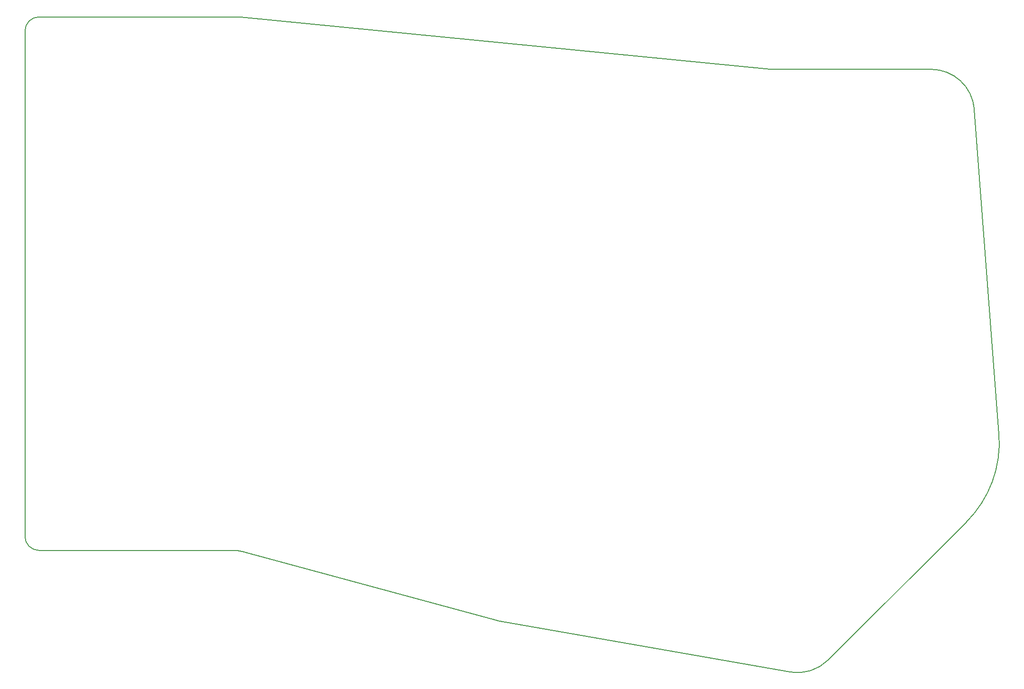
<source format=gm1>
G04 #@! TF.GenerationSoftware,KiCad,Pcbnew,(5.1.6)-1*
G04 #@! TF.CreationDate,2020-08-03T21:48:45+03:00*
G04 #@! TF.ProjectId,ergo33,6572676f-3333-42e6-9b69-6361645f7063,rev?*
G04 #@! TF.SameCoordinates,Original*
G04 #@! TF.FileFunction,Profile,NP*
%FSLAX46Y46*%
G04 Gerber Fmt 4.6, Leading zero omitted, Abs format (unit mm)*
G04 Created by KiCad (PCBNEW (5.1.6)-1) date 2020-08-03 21:48:45*
%MOMM*%
%LPD*%
G01*
G04 APERTURE LIST*
G04 #@! TA.AperFunction,Profile*
%ADD10C,0.200000*%
G04 #@! TD*
G04 APERTURE END LIST*
D10*
X61532177Y-18761127D02*
G75*
G02*
X62289299Y-18798198I0J-7750000D01*
G01*
X185477197Y-28111126D02*
G75*
G02*
X193205000Y-35275000I-1J-7750000D01*
G01*
X160301291Y-135730852D02*
X108131321Y-126531878D01*
X167123671Y-133582138D02*
G75*
G02*
X160301291Y-135730852I-5476607J5483547D01*
G01*
X60879660Y-114011126D02*
G75*
G02*
X62907672Y-114281175I0J-7750000D01*
G01*
X23811646Y-21281127D02*
G75*
G02*
X26331645Y-18761126I2520000J1D01*
G01*
X167123670Y-133582138D02*
X191794822Y-108942216D01*
X23811646Y-21281126D02*
X23811646Y-111491127D01*
X61532177Y-18761126D02*
X26331645Y-18761126D01*
X157541114Y-28111126D02*
X185477196Y-28111126D01*
X26331645Y-114011126D02*
X60879660Y-114011126D01*
X62289299Y-18798198D02*
X156783992Y-28074055D01*
X157541114Y-28111126D02*
G75*
G02*
X156783992Y-28074055I0J7750000D01*
G01*
X26331647Y-114011126D02*
G75*
G02*
X23811646Y-111491127I-1J2520000D01*
G01*
X197604366Y-93278542D02*
G75*
G02*
X191794822Y-108942216I-19942720J-1512585D01*
G01*
X62907672Y-114281175D02*
X107909483Y-126482353D01*
X108131321Y-126531878D02*
G75*
G02*
X107909483Y-126482353I437593J2481715D01*
G01*
X193205000Y-35275000D02*
X197604366Y-93278541D01*
M02*

</source>
